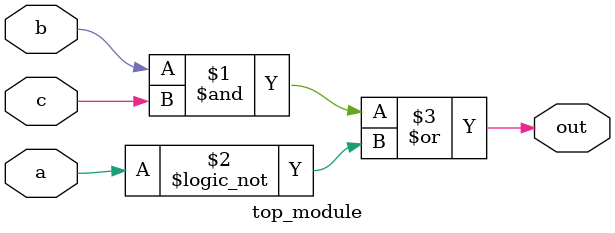
<source format=sv>
module top_module(
    input a, 
    input b,
    input c,
    output out
);

assign out = (b & c) | (!a);

endmodule

</source>
